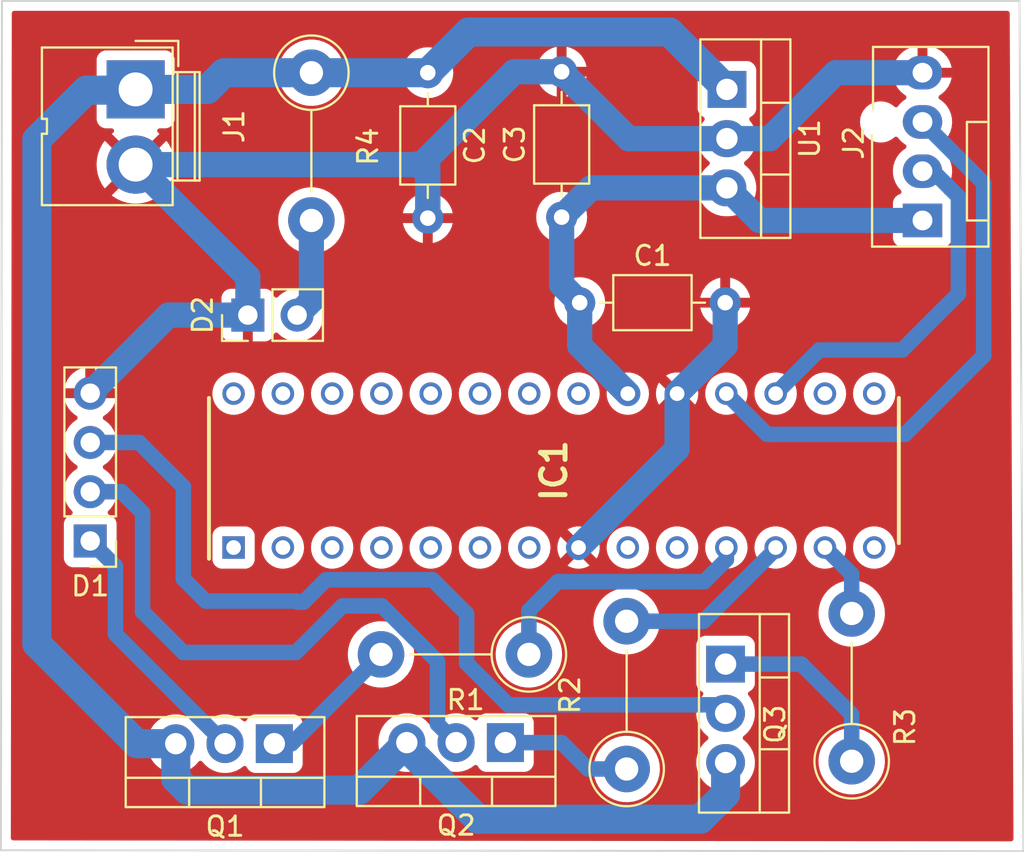
<source format=kicad_pcb>
(kicad_pcb (version 20211014) (generator pcbnew)
  (layers (0 "F.Cu" signal) (31 "B.Cu" signal) (36 "B.SilkS" user "B.Silkscreen") (37 "F.SilkS" user "F.Silkscreen") (44 "Edge.Cuts" user))
  (net 0 "")
  (net 21 "+5V")
  (net 22 "GND")
  (net 23 "+12V")
  (net 24 "Net-(D1-Pad1)")
  (net 25 "Net-(D1-Pad2)")
  (net 26 "Net-(D1-Pad3)")
  (net 27 "Net-(D2-Pad2)")
  (net 28 "Net-(IC1-Pad11)")
  (net 29 "Net-(IC1-Pad12)")
  (net 30 "Net-(IC1-Pad13)")
  (net 31 "Net-(IC1-Pad17)")
  (net 32 "Net-(IC1-Pad18)")
  (net 33 "Net-(Q1-Pad1)")
  (net 34 "Net-(Q2-Pad1)")
  (net 35 "Net-(Q3-Pad1)")
  (footprint "Capacitor_THT:C_Axial_L3.8mm_D2.6mm_P7.50mm_Horizontal" (layer "F.Cu") (at 128.33 87.86)
    (fp_text reference "C1" (at 3.75 -2.42) (layer "F.SilkS"))
    (fp_text value "C")
    (fp_line (start 5.77 1.42) (end 5.77 -1.42) (layer "F.SilkS") (width 0.12))
    (fp_line (start 1.73 -1.42) (end 1.73 1.42) (layer "F.SilkS") (width 0.12))
    (fp_line (start 1.73 1.42) (end 5.77 1.42) (layer "F.SilkS") (width 0.12))
    (fp_line (start 6.46 0) (end 5.77 0) (layer "F.SilkS") (width 0.12))
    (fp_line (start 5.77 -1.42) (end 1.73 -1.42) (layer "F.SilkS") (width 0.12))
    (fp_line (start 1.04 0) (end 1.73 0) (layer "F.SilkS") (width 0.12))
    (pad "1" thru_hole circle locked (at 0 0) (size 1.6 1.6) (drill 0.8) (layers *.Cu *.Mask) (net 21 "+5V"))
    (pad "2" thru_hole oval locked (at 7.5 0) (size 1.6 1.6) (drill 0.8) (layers *.Cu *.Mask) (net 22 "GND"))
  )
  (footprint "Capacitor_THT:C_Axial_L3.8mm_D2.6mm_P7.50mm_Horizontal" (layer "F.Cu") (at 127.4 83.45 90)
    (fp_text reference "C3" (at 3.75 -2.42 90) (layer "F.SilkS"))
    (fp_text value "C")
    (fp_line (start 5.77 -1.42) (end 1.73 -1.42) (layer "F.SilkS") (width 0.12))
    (fp_line (start 1.73 1.42) (end 5.77 1.42) (layer "F.SilkS") (width 0.12))
    (fp_line (start 6.46 0) (end 5.77 0) (layer "F.SilkS") (width 0.12))
    (fp_line (start 5.77 1.42) (end 5.77 -1.42) (layer "F.SilkS") (width 0.12))
    (fp_line (start 1.04 0) (end 1.73 0) (layer "F.SilkS") (width 0.12))
    (fp_line (start 1.73 -1.42) (end 1.73 1.42) (layer "F.SilkS") (width 0.12))
    (pad "1" thru_hole circle locked (at 0 0 90) (size 1.6 1.6) (drill 0.8) (layers *.Cu *.Mask) (net 21 "+5V"))
    (pad "2" thru_hole oval locked (at 7.5 0 90) (size 1.6 1.6) (drill 0.8) (layers *.Cu *.Mask) (net 22 "GND"))
  )
  (footprint "Resistor_THT:R_Axial_DIN0411_L9.9mm_D3.6mm_P7.62mm_Vertical" (layer "F.Cu") (at 142.35 111.51 90)
    (fp_text reference "R3" (at 1.76 2.75 90) (layer "F.SilkS"))
    (fp_text value "0.43k")
    (fp_line (start 1.92 0) (end 6.12 0) (layer "F.SilkS") (width 0.12))
    (fp_circle (center 0 0) (end 1.92 0) (layer "F.SilkS") (width 0.12) (fill none))
    (pad "1" thru_hole circle locked (at 0 0 90) (size 2.4 2.4) (drill 1.2) (layers *.Cu *.Mask) (net 35 "Net-(Q3-Pad1)"))
    (pad "2" thru_hole oval locked (at 7.62 0 90) (size 2.4 2.4) (drill 1.2) (layers *.Cu *.Mask) (net 30 "Net-(IC1-Pad13)"))
  )
  (footprint "Resistor_THT:R_Axial_DIN0411_L9.9mm_D3.6mm_P7.62mm_Vertical" (layer "F.Cu") (at 130.75 111.91 90)
    (fp_text reference "R2" (at 3.81 -2.92 90) (layer "F.SilkS"))
    (fp_text value "0.43k")
    (fp_line (start 1.92 0) (end 6.12 0) (layer "F.SilkS") (width 0.12))
    (fp_circle (center 0 0) (end 1.92 0) (layer "F.SilkS") (width 0.12) (fill none))
    (pad "1" thru_hole circle locked (at 0 0 90) (size 2.4 2.4) (drill 1.2) (layers *.Cu *.Mask) (net 34 "Net-(Q2-Pad1)"))
    (pad "2" thru_hole oval locked (at 7.62 0 90) (size 2.4 2.4) (drill 1.2) (layers *.Cu *.Mask) (net 29 "Net-(IC1-Pad12)"))
  )
  (footprint "Package_TO_SOT_THT:TO-220-3_Vertical" (layer "F.Cu") (at 124.5 110.55 180)
    (fp_text reference "Q2" (at 2.54 -4.27) (layer "F.SilkS"))
    (fp_text value "TIP42C")
    (fp_line (start 7.66 -3.27) (end 7.66 1.371) (layer "F.SilkS") (width 0.12))
    (fp_line (start -2.58 -3.27) (end 7.66 -3.27) (layer "F.SilkS") (width 0.12))
    (fp_line (start -2.58 -1.76) (end 7.66 -1.76) (layer "F.SilkS") (width 0.12))
    (fp_line (start -2.58 1.371) (end 7.66 1.371) (layer "F.SilkS") (width 0.12))
    (fp_line (start -2.58 -3.27) (end -2.58 1.371) (layer "F.SilkS") (width 0.12))
    (fp_line (start 4.391 -3.27) (end 4.391 -1.76) (layer "F.SilkS") (width 0.12))
    (fp_line (start 0.69 -3.27) (end 0.69 -1.76) (layer "F.SilkS") (width 0.12))
    (pad "1" thru_hole rect locked (at 0 0 180) (size 1.905 2) (drill 1.1) (layers *.Cu *.Mask) (net 34 "Net-(Q2-Pad1)"))
    (pad "2" thru_hole oval locked (at 2.54 0 180) (size 1.905 2) (drill 1.1) (layers *.Cu *.Mask) (net 25 "Net-(D1-Pad2)"))
    (pad "3" thru_hole oval locked (at 5.08 0 180) (size 1.905 2) (drill 1.1) (layers *.Cu *.Mask) (net 23 "+12V"))
  )
  (footprint "Connector_PinHeader_2.54mm:PinHeader_1x02_P2.54mm_Vertical" (layer "F.Cu") (at 111.225 88.5 90)
    (fp_text reference "D2" (at 0 -2.33 90) (layer "F.SilkS"))
    (fp_text value "LED")
    (fp_line (start -1.33 -1.33) (end 0 -1.33) (layer "F.SilkS") (width 0.12))
    (fp_line (start -1.33 1.27) (end 1.33 1.27) (layer "F.SilkS") (width 0.12))
    (fp_line (start 1.33 1.27) (end 1.33 3.87) (layer "F.SilkS") (width 0.12))
    (fp_line (start -1.33 0) (end -1.33 -1.33) (layer "F.SilkS") (width 0.12))
    (fp_line (start -1.33 3.87) (end 1.33 3.87) (layer "F.SilkS") (width 0.12))
    (fp_line (start -1.33 1.27) (end -1.33 3.87) (layer "F.SilkS") (width 0.12))
    (pad "1" thru_hole rect locked (at 0 0 90) (size 1.7 1.7) (drill 1) (layers *.Cu *.Mask) (net 22 "GND"))
    (pad "2" thru_hole oval locked (at 0 2.54 90) (size 1.7 1.7) (drill 1) (layers *.Cu *.Mask) (net 27 "Net-(D2-Pad2)"))
  )
  (footprint "Resistor_THT:R_Axial_DIN0411_L9.9mm_D3.6mm_P7.62mm_Vertical" (layer "F.Cu") (at 125.71 106 180)
    (fp_text reference "R1" (at 3.26 -2.35) (layer "F.SilkS"))
    (fp_text value "0.43k")
    (fp_line (start 1.92 0) (end 6.12 0) (layer "F.SilkS") (width 0.12))
    (fp_circle (center 0 0) (end 1.92 0) (layer "F.SilkS") (width 0.12) (fill none))
    (pad "1" thru_hole circle locked (at 0 0 180) (size 2.4 2.4) (drill 1.2) (layers *.Cu *.Mask) (net 28 "Net-(IC1-Pad11)"))
    (pad "2" thru_hole oval locked (at 7.62 0 180) (size 2.4 2.4) (drill 1.2) (layers *.Cu *.Mask) (net 33 "Net-(Q1-Pad1)"))
  )
  (footprint "Connector:FanPinHeader_1x04_P2.54mm_Vertical" (layer "F.Cu") (at 146 83.62 90)
    (fp_text reference "J2" (at 4 -3.55 90) (layer "F.SilkS"))
    (fp_text value "Conn_01x04_Female")
    (fp_line (start -1.35 -2.6) (end 4.4 -2.6) (layer "F.SilkS") (width 0.12))
    (fp_line (start 8.95 3.4) (end -1.35 3.4) (layer "F.SilkS") (width 0.12))
    (fp_line (start 8.95 -2.55) (end 8.95 3.4) (layer "F.SilkS") (width 0.12))
    (fp_line (start 5.75 -2.55) (end 8.95 -2.55) (layer "F.SilkS") (width 0.12))
    (fp_line (start 5.08 2.29) (end 5.08 3.3) (layer "F.SilkS") (width 0.12))
    (fp_line (start -1.35 3.4) (end -1.35 -2.6) (layer "F.SilkS") (width 0.12))
    (fp_line (start 0 2.29) (end 5.08 2.29) (layer "F.SilkS") (width 0.12))
    (fp_line (start 0 3.3) (end 0 2.29) (layer "F.SilkS") (width 0.12))
    (pad "" np_thru_hole circle locked (at 5.08 -2.16 180) (size 1.1 1.1) (drill 1.1) (layers *.Cu *.Mask))
    (pad "1" thru_hole rect locked (at 0 0 180) (size 2.03 1.73) (drill 1.02) (layers *.Cu *.Mask) (net 21 "+5V"))
    (pad "2" thru_hole oval locked (at 2.54 0 180) (size 2.03 1.73) (drill 1.02) (layers *.Cu *.Mask) (net 31 "Net-(IC1-Pad17)"))
    (pad "3" thru_hole oval locked (at 5.08 0 180) (size 2.03 1.73) (drill 1.02) (layers *.Cu *.Mask) (net 32 "Net-(IC1-Pad18)"))
    (pad "4" thru_hole oval locked (at 7.62 0 180) (size 2.03 1.73) (drill 1.02) (layers *.Cu *.Mask) (net 22 "GND"))
  )
  (footprint "Package_TO_SOT_THT:TO-220-3_Vertical" (layer "F.Cu") (at 135.92 76.86 -90)
    (fp_text reference "U1" (at 2.54 -4.27 90) (layer "F.SilkS"))
    (fp_text value "LM7805_TO220")
    (fp_line (start 0.69 -3.27) (end 0.69 -1.76) (layer "F.SilkS") (width 0.12))
    (fp_line (start -2.58 -1.76) (end 7.66 -1.76) (layer "F.SilkS") (width 0.12))
    (fp_line (start 7.66 -3.27) (end 7.66 1.371) (layer "F.SilkS") (width 0.12))
    (fp_line (start -2.58 -3.27) (end -2.58 1.371) (layer "F.SilkS") (width 0.12))
    (fp_line (start -2.58 -3.27) (end 7.66 -3.27) (layer "F.SilkS") (width 0.12))
    (fp_line (start 4.391 -3.27) (end 4.391 -1.76) (layer "F.SilkS") (width 0.12))
    (fp_line (start -2.58 1.371) (end 7.66 1.371) (layer "F.SilkS") (width 0.12))
    (pad "1" thru_hole rect locked (at 0 0 270) (size 1.905 2) (drill 1.1) (layers *.Cu *.Mask) (net 23 "+12V"))
    (pad "2" thru_hole oval locked (at 2.54 0 270) (size 1.905 2) (drill 1.1) (layers *.Cu *.Mask) (net 22 "GND"))
    (pad "3" thru_hole oval locked (at 5.08 0 270) (size 1.905 2) (drill 1.1) (layers *.Cu *.Mask) (net 21 "+5V"))
  )
  (footprint "Package_TO_SOT_THT:TO-220-3_Vertical" (layer "F.Cu") (at 112.59 110.605 180)
    (fp_text reference "Q1" (at 2.54 -4.27) (layer "F.SilkS"))
    (fp_text value "TIP42C")
    (fp_line (start 0.69 -3.27) (end 0.69 -1.76) (layer "F.SilkS") (width 0.12))
    (fp_line (start -2.58 1.371) (end 7.66 1.371) (layer "F.SilkS") (width 0.12))
    (fp_line (start -2.58 -3.27) (end 7.66 -3.27) (layer "F.SilkS") (width 0.12))
    (fp_line (start 7.66 -3.27) (end 7.66 1.371) (layer "F.SilkS") (width 0.12))
    (fp_line (start -2.58 -1.76) (end 7.66 -1.76) (layer "F.SilkS") (width 0.12))
    (fp_line (start -2.58 -3.27) (end -2.58 1.371) (layer "F.SilkS") (width 0.12))
    (fp_line (start 4.391 -3.27) (end 4.391 -1.76) (layer "F.SilkS") (width 0.12))
    (pad "1" thru_hole rect locked (at 0 0 180) (size 1.905 2) (drill 1.1) (layers *.Cu *.Mask) (net 33 "Net-(Q1-Pad1)"))
    (pad "2" thru_hole oval locked (at 2.54 0 180) (size 1.905 2) (drill 1.1) (layers *.Cu *.Mask) (net 24 "Net-(D1-Pad1)"))
    (pad "3" thru_hole oval locked (at 5.08 0 180) (size 1.905 2) (drill 1.1) (layers *.Cu *.Mask) (net 23 "+12V"))
  )
  (footprint "Connector_PinHeader_2.54mm:PinHeader_1x04_P2.54mm_Vertical" (layer "F.Cu") (at 103.1 100.15 180)
    (fp_text reference "D1" (at 0 -2.33) (layer "F.SilkS"))
    (fp_text value "LED_RGBK")
    (fp_line (start -1.33 -1.33) (end 0 -1.33) (layer "F.SilkS") (width 0.12))
    (fp_line (start -1.33 1.27) (end 1.33 1.27) (layer "F.SilkS") (width 0.12))
    (fp_line (start -1.33 1.27) (end -1.33 8.95) (layer "F.SilkS") (width 0.12))
    (fp_line (start -1.33 8.95) (end 1.33 8.95) (layer "F.SilkS") (width 0.12))
    (fp_line (start -1.33 0) (end -1.33 -1.33) (layer "F.SilkS") (width 0.12))
    (fp_line (start 1.33 1.27) (end 1.33 8.95) (layer "F.SilkS") (width 0.12))
    (pad "1" thru_hole rect locked (at 0 0 180) (size 1.7 1.7) (drill 1) (layers *.Cu *.Mask) (net 24 "Net-(D1-Pad1)"))
    (pad "2" thru_hole oval locked (at 0 2.54 180) (size 1.7 1.7) (drill 1) (layers *.Cu *.Mask) (net 25 "Net-(D1-Pad2)"))
    (pad "3" thru_hole oval locked (at 0 5.08 180) (size 1.7 1.7) (drill 1) (layers *.Cu *.Mask) (net 26 "Net-(D1-Pad3)"))
    (pad "4" thru_hole oval locked (at 0 7.62 180) (size 1.7 1.7) (drill 1) (layers *.Cu *.Mask) (net 22 "GND"))
  )
  (footprint "Connector:JWT_A3963_1x02_P3.96mm_Vertical" (layer "F.Cu") (at 105.44 76.86 -90)
    (fp_text reference "J1" (at 1.91 -5.08 90) (layer "F.SilkS"))
    (fp_text value "Conn_01x02_Male")
    (fp_line (start -2.16 -1.91) (end -2.16 0) (layer "F.SilkS") (width 0.12))
    (fp_line (start -0.89 -1.91) (end -0.89 -3.3) (layer "F.SilkS") (width 0.12))
    (fp_line (start 2.29 4.57) (end 2.29 4.83) (layer "F.SilkS") (width 0.12))
    (fp_line (start 5.97 4.83) (end 5.97 0) (layer "F.SilkS") (width 0.12))
    (fp_line (start -2.5 -2.2) (end -2.5 0) (layer "F.SilkS") (width 0.12))
    (fp_line (start -0.89 -2.16) (end 4.7 -2.16) (layer "F.SilkS") (width 0.12))
    (fp_line (start 2.29 4.83) (end 5.97 4.83) (layer "F.SilkS") (width 0.12))
    (fp_line (start -2.16 -1.91) (end 5.97 -1.91) (layer "F.SilkS") (width 0.12))
    (fp_line (start 1.52 4.57) (end 2.29 4.57) (layer "F.SilkS") (width 0.12))
    (fp_line (start -2.16 0) (end -2.16 4.83) (layer "F.SilkS") (width 0.12))
    (fp_line (start 1.52 4.83) (end 1.52 4.57) (layer "F.SilkS") (width 0.12))
    (fp_line (start 4.7 -1.91) (end 4.7 -3.3) (layer "F.SilkS") (width 0.12))
    (fp_line (start 5.97 -1.91) (end 5.97 0) (layer "F.SilkS") (width 0.12))
    (fp_line (start -0.89 -3.05) (end 4.7 -3.05) (layer "F.SilkS") (width 0.12))
    (fp_line (start -1.2 -2.2) (end -2.5 -2.2) (layer "F.SilkS") (width 0.12))
    (fp_line (start -0.89 -3.3) (end 4.7 -3.3) (layer "F.SilkS") (width 0.12))
    (fp_line (start 1.52 4.83) (end -2.16 4.83) (layer "F.SilkS") (width 0.12))
    (pad "1" thru_hole rect locked (at 0 0 270) (size 3 3) (drill 1.75) (layers *.Cu *.Mask) (net 23 "+12V"))
    (pad "2" thru_hole circle locked (at 3.88 0 270) (size 3 3) (drill 1.75) (layers *.Cu *.Mask) (net 22 "GND"))
  )
  (footprint "Resistor_THT:R_Axial_DIN0411_L9.9mm_D3.6mm_P7.62mm_Vertical" (layer "F.Cu") (at 114.5 76 -90)
    (fp_text reference "R4" (at 3.81 -2.92 -90) (layer "F.SilkS"))
    (fp_text value "0.5k")
    (fp_line (start 1.92 0) (end 6.12 0) (layer "F.SilkS") (width 0.12))
    (fp_circle (center 0 0) (end 1.92 0) (layer "F.SilkS") (width 0.12) (fill none))
    (pad "1" thru_hole circle locked (at 0 0 270) (size 2.4 2.4) (drill 1.2) (layers *.Cu *.Mask) (net 23 "+12V"))
    (pad "2" thru_hole oval locked (at 7.62 0 270) (size 2.4 2.4) (drill 1.2) (layers *.Cu *.Mask) (net 27 "Net-(D2-Pad2)"))
  )
  (footprint "Capacitor_THT:C_Axial_L3.8mm_D2.6mm_P7.50mm_Horizontal" (layer "F.Cu") (at 120.5 76 -90)
    (fp_text reference "C2" (at 3.75 -2.42 90) (layer "F.SilkS"))
    (fp_text value "C")
    (fp_line (start 1.73 1.42) (end 5.77 1.42) (layer "F.SilkS") (width 0.12))
    (fp_line (start 1.04 0) (end 1.73 0) (layer "F.SilkS") (width 0.12))
    (fp_line (start 6.46 0) (end 5.77 0) (layer "F.SilkS") (width 0.12))
    (fp_line (start 5.77 -1.42) (end 1.73 -1.42) (layer "F.SilkS") (width 0.12))
    (fp_line (start 5.77 1.42) (end 5.77 -1.42) (layer "F.SilkS") (width 0.12))
    (fp_line (start 1.73 -1.42) (end 1.73 1.42) (layer "F.SilkS") (width 0.12))
    (pad "1" thru_hole circle locked (at 0 0 270) (size 1.6 1.6) (drill 0.8) (layers *.Cu *.Mask) (net 23 "+12V"))
    (pad "2" thru_hole oval locked (at 7.5 0 270) (size 1.6 1.6) (drill 0.8) (layers *.Cu *.Mask) (net 22 "GND"))
  )
  (footprint "Package_TO_SOT_THT:TO-220-3_Vertical" (layer "F.Cu") (at 135.85 106.5 -90)
    (fp_text reference "Q3" (at 3.1 -2.55 90) (layer "F.SilkS"))
    (fp_text value "TIP42C")
    (fp_line (start -2.58 1.371) (end 7.66 1.371) (layer "F.SilkS") (width 0.12))
    (fp_line (start -2.58 -3.27) (end -2.58 1.371) (layer "F.SilkS") (width 0.12))
    (fp_line (start 4.391 -3.27) (end 4.391 -1.76) (layer "F.SilkS") (width 0.12))
    (fp_line (start -2.58 -1.76) (end 7.66 -1.76) (layer "F.SilkS") (width 0.12))
    (fp_line (start -2.58 -3.27) (end 7.66 -3.27) (layer "F.SilkS") (width 0.12))
    (fp_line (start 7.66 -3.27) (end 7.66 1.371) (layer "F.SilkS") (width 0.12))
    (fp_line (start 0.69 -3.27) (end 0.69 -1.76) (layer "F.SilkS") (width 0.12))
    (pad "1" thru_hole rect locked (at 0 0 270) (size 1.905 2) (drill 1.1) (layers *.Cu *.Mask) (net 35 "Net-(Q3-Pad1)"))
    (pad "2" thru_hole oval locked (at 2.54 0 270) (size 1.905 2) (drill 1.1) (layers *.Cu *.Mask) (net 26 "Net-(D1-Pad3)"))
    (pad "3" thru_hole oval locked (at 5.08 0 270) (size 1.905 2) (drill 1.1) (layers *.Cu *.Mask) (net 23 "+12V"))
  )
  (footprint "Package_DIP:DIP794W56P254L3486H508Q28N" (layer "F.Cu") (at 127 96.52 90)
    (fp_text reference "IC1" (at 0 0 90) (layer "F.SilkS") (effects (font (size 1.27 1.27) (thickness 0.254))))
    (fp_text value "PIC18F24Q10-I_SP" hide)
    (fp_line (start -3.746 17.78) (end 3.746 17.78) (layer "F.SilkS") (width 0.2))
    (fp_line (start -4.548 -17.78) (end 3.746 -17.78) (layer "F.SilkS") (width 0.2))
    (pad "1" thru_hole rect locked (at -3.969 -16.51 90) (size 1.159 1.159) (drill 0.759) (layers *.Cu *.Mask))
    (pad "2" thru_hole circle locked (at -3.969 -13.97 90) (size 1.159 1.159) (drill 0.759) (layers *.Cu *.Mask))
    (pad "3" thru_hole circle locked (at -3.969 -11.43 90) (size 1.159 1.159) (drill 0.759) (layers *.Cu *.Mask))
    (pad "4" thru_hole circle locked (at -3.969 -8.89 90) (size 1.159 1.159) (drill 0.759) (layers *.Cu *.Mask))
    (pad "5" thru_hole circle locked (at -3.969 -6.35 90) (size 1.159 1.159) (drill 0.759) (layers *.Cu *.Mask))
    (pad "6" thru_hole circle locked (at -3.969 -3.81 90) (size 1.159 1.159) (drill 0.759) (layers *.Cu *.Mask))
    (pad "7" thru_hole circle locked (at -3.969 -1.27 90) (size 1.159 1.159) (drill 0.759) (layers *.Cu *.Mask))
    (pad "8" thru_hole circle locked (at -3.969 1.27 90) (size 1.159 1.159) (drill 0.759) (layers *.Cu *.Mask) (net 22 "GND"))
    (pad "9" thru_hole circle locked (at -3.969 3.81 90) (size 1.159 1.159) (drill 0.759) (layers *.Cu *.Mask))
    (pad "10" thru_hole circle locked (at -3.969 6.35 90) (size 1.159 1.159) (drill 0.759) (layers *.Cu *.Mask))
    (pad "11" thru_hole circle locked (at -3.969 8.89 90) (size 1.159 1.159) (drill 0.759) (layers *.Cu *.Mask) (net 28 "Net-(IC1-Pad11)"))
    (pad "12" thru_hole circle locked (at -3.969 11.43 90) (size 1.159 1.159) (drill 0.759) (layers *.Cu *.Mask) (net 29 "Net-(IC1-Pad12)"))
    (pad "13" thru_hole circle locked (at -3.969 13.97 90) (size 1.159 1.159) (drill 0.759) (layers *.Cu *.Mask) (net 30 "Net-(IC1-Pad13)"))
    (pad "14" thru_hole circle locked (at -3.969 16.51 90) (size 1.159 1.159) (drill 0.759) (layers *.Cu *.Mask))
    (pad "15" thru_hole circle locked (at 3.969 16.51 90) (size 1.159 1.159) (drill 0.759) (layers *.Cu *.Mask))
    (pad "16" thru_hole circle locked (at 3.969 13.97 90) (size 1.159 1.159) (drill 0.759) (layers *.Cu *.Mask))
    (pad "17" thru_hole circle locked (at 3.969 11.43 90) (size 1.159 1.159) (drill 0.759) (layers *.Cu *.Mask) (net 31 "Net-(IC1-Pad17)"))
    (pad "18" thru_hole circle locked (at 3.969 8.89 90) (size 1.159 1.159) (drill 0.759) (layers *.Cu *.Mask) (net 32 "Net-(IC1-Pad18)"))
    (pad "19" thru_hole circle locked (at 3.969 6.35 90) (size 1.159 1.159) (drill 0.759) (layers *.Cu *.Mask) (net 22 "GND"))
    (pad "20" thru_hole circle locked (at 3.969 3.81 90) (size 1.159 1.159) (drill 0.759) (layers *.Cu *.Mask) (net 21 "+5V"))
    (pad "21" thru_hole circle locked (at 3.969 1.27 90) (size 1.159 1.159) (drill 0.759) (layers *.Cu *.Mask))
    (pad "22" thru_hole circle locked (at 3.969 -1.27 90) (size 1.159 1.159) (drill 0.759) (layers *.Cu *.Mask))
    (pad "23" thru_hole circle locked (at 3.969 -3.81 90) (size 1.159 1.159) (drill 0.759) (layers *.Cu *.Mask))
    (pad "24" thru_hole circle locked (at 3.969 -6.35 90) (size 1.159 1.159) (drill 0.759) (layers *.Cu *.Mask))
    (pad "25" thru_hole circle locked (at 3.969 -8.89 90) (size 1.159 1.159) (drill 0.759) (layers *.Cu *.Mask))
    (pad "26" thru_hole circle locked (at 3.969 -11.43 90) (size 1.159 1.159) (drill 0.759) (layers *.Cu *.Mask))
    (pad "27" thru_hole circle locked (at 3.969 -13.97 90) (size 1.159 1.159) (drill 0.759) (layers *.Cu *.Mask))
    (pad "28" thru_hole circle locked (at 3.969 -16.51 90) (size 1.159 1.159) (drill 0.759) (layers *.Cu *.Mask))
  )
  (gr_line (start 98.55 72.3) (end 151 72.3) (layer "Edge.Cuts") (width 0.1))
  (gr_line (start 98.5 116.1) (end 98.55 72.3) (layer "Edge.Cuts") (width 0.1))
  (gr_line (start 151.2 116.15) (end 98.5 116.1) (layer "Edge.Cuts") (width 0.1))
  (gr_line (start 151 72.3) (end 151.2 116.15) (layer "Edge.Cuts") (width 0.1))
  (segment (start 128.33 90.071) (end 130.81 92.551) (width 1.3) (layer "B.Cu") (net 21))
  (segment (start 128.33 87.86) (end 128.33 90.071) (width 1.3) (layer "B.Cu") (net 21))
  (segment (start 128.91 81.94) (end 127.4 83.45) (width 1.3) (layer "B.Cu") (net 21))
  (segment (start 135.92 81.94) (end 137.6 83.62) (width 1.3) (layer "B.Cu") (net 21))
  (segment (start 137.6 83.62) (end 146 83.62) (width 1.3) (layer "B.Cu") (net 21))
  (segment (start 127.4 86.93) (end 128.33 87.86) (width 1.3) (layer "B.Cu") (net 21))
  (segment (start 127.4 83.45) (end 127.4 86.93) (width 1.3) (layer "B.Cu") (net 21))
  (segment (start 135.92 81.94) (end 128.91 81.94) (width 1.3) (layer "B.Cu") (net 21))
  (segment (start 138.125 79.4) (end 141.525 76) (width 1.3) (layer "B.Cu") (net 22))
  (segment (start 133.35 92.551) (end 133.35 95.409) (width 1.3) (layer "B.Cu") (net 22))
  (segment (start 111.225 88.5) (end 107.13 88.5) (width 1.3) (layer "B.Cu") (net 22))
  (segment (start 141.525 76) (end 146 76) (width 1.3) (layer "B.Cu") (net 22))
  (segment (start 120.5 81.2) (end 120 80.7) (width 1.3) (layer "B.Cu") (net 22))
  (segment (start 119.96 80.74) (end 105.44 80.74) (width 1.3) (layer "B.Cu") (net 22))
  (segment (start 111.225 88.5) (end 111.225 86.525) (width 1.3) (layer "B.Cu") (net 22))
  (segment (start 130.85 79.4) (end 135.92 79.4) (width 1.3) (layer "B.Cu") (net 22))
  (segment (start 133.35 95.409) (end 128.27 100.489) (width 1.3) (layer "B.Cu") (net 22))
  (segment (start 127.4 75.95) (end 124.95 75.95) (width 1.3) (layer "B.Cu") (net 22))
  (segment (start 135.83 87.86) (end 135.83 90.071) (width 1.3) (layer "B.Cu") (net 22))
  (segment (start 107.13 88.5) (end 103.1 92.53) (width 1.3) (layer "B.Cu") (net 22))
  (segment (start 127.4 75.95) (end 130.85 79.4) (width 1.3) (layer "B.Cu") (net 22))
  (segment (start 135.83 90.071) (end 133.35 92.551) (width 1.3) (layer "B.Cu") (net 22))
  (segment (start 120.5 80.4) (end 120.5 83.5) (width 1.3) (layer "B.Cu") (net 22))
  (segment (start 120.5 83.5) (end 120.5 81.2) (width 1.3) (layer "B.Cu") (net 22))
  (segment (start 124.95 75.95) (end 120.5 80.4) (width 1.3) (layer "B.Cu") (net 22))
  (segment (start 120 80.7) (end 119.96 80.74) (width 1.3) (layer "B.Cu") (net 22))
  (segment (start 111.225 86.525) (end 105.44 80.74) (width 1.3) (layer "B.Cu") (net 22))
  (segment (start 135.92 79.4) (end 138.125 79.4) (width 1.3) (layer "B.Cu") (net 22))
  (segment (start 132.96 73.9) (end 135.92 76.86) (width 1.5) (layer "B.Cu") (net 23))
  (segment (start 109.14 76.86) (end 110 76) (width 1.5) (layer "B.Cu") (net 23))
  (segment (start 105.505 110.605) (end 107.51 110.605) (width 1.5) (layer "B.Cu") (net 23))
  (segment (start 135.85 113.2) (end 135.85 111.58) (width 1.5) (layer "B.Cu") (net 23))
  (segment (start 105.44 76.86) (end 109.14 76.86) (width 1.5) (layer "B.Cu") (net 23))
  (segment (start 107.51 112.41) (end 108.1 113) (width 1.5) (layer "B.Cu") (net 23))
  (segment (start 120.5 76) (end 122.6 73.9) (width 1.5) (layer "B.Cu") (net 23))
  (segment (start 100.35 79.45) (end 100.35 105.45) (width 1.5) (layer "B.Cu") (net 23))
  (segment (start 114.5 76) (end 120.5 76) (width 1.5) (layer "B.Cu") (net 23))
  (segment (start 134.55 114.5) (end 135.85 113.2) (width 1.5) (layer "B.Cu") (net 23))
  (segment (start 105.4 76.9) (end 102.9 76.9) (width 1.5) (layer "B.Cu") (net 23))
  (segment (start 100.35 105.45) (end 105.505 110.605) (width 1.5) (layer "B.Cu") (net 23))
  (segment (start 116.97 113) (end 119.42 110.55) (width 1.5) (layer "B.Cu") (net 23))
  (segment (start 123.1 114.5) (end 134.55 114.5) (width 1.5) (layer "B.Cu") (net 23))
  (segment (start 107.51 110.605) (end 107.51 112.41) (width 1.5) (layer "B.Cu") (net 23))
  (segment (start 110 76) (end 114.5 76) (width 1.5) (layer "B.Cu") (net 23))
  (segment (start 122.6 73.9) (end 132.96 73.9) (width 1.5) (layer "B.Cu") (net 23))
  (segment (start 108.1 113) (end 116.97 113) (width 1.5) (layer "B.Cu") (net 23))
  (segment (start 105.44 76.86) (end 105.4 76.9) (width 1.5) (layer "B.Cu") (net 23))
  (segment (start 119.42 110.82) (end 123.1 114.5) (width 1.5) (layer "B.Cu") (net 23))
  (segment (start 102.9 76.9) (end 100.35 79.45) (width 1.5) (layer "B.Cu") (net 23))
  (segment (start 119.42 110.55) (end 119.42 110.82) (width 1.5) (layer "B.Cu") (net 23))
  (segment (start 103.1 100.15) (end 104.4 101.45) (width 0.8) (layer "B.Cu") (net 24))
  (segment (start 104.4 104.955) (end 110.05 110.605) (width 0.8) (layer "B.Cu") (net 24))
  (segment (start 104.4 101.45) (end 104.4 104.955) (width 0.8) (layer "B.Cu") (net 24))
  (segment (start 121 106.365106) (end 121 109.59) (width 0.8) (layer "B.Cu") (net 25))
  (segment (start 118.134894 103.5) (end 121 106.365106) (width 0.8) (layer "B.Cu") (net 25))
  (segment (start 104.71 97.61) (end 105.8 98.7) (width 0.8) (layer "B.Cu") (net 25))
  (segment (start 121 109.59) (end 121.96 110.55) (width 0.8) (layer "B.Cu") (net 25))
  (segment (start 107.9 105.9) (end 113.7 105.9) (width 0.8) (layer "B.Cu") (net 25))
  (segment (start 113.7 105.9) (end 116.1 103.5) (width 0.8) (layer "B.Cu") (net 25))
  (segment (start 105.8 98.7) (end 105.8 103.8) (width 0.8) (layer "B.Cu") (net 25))
  (segment (start 103.1 97.61) (end 104.71 97.61) (width 0.8) (layer "B.Cu") (net 25))
  (segment (start 105.8 103.8) (end 107.9 105.9) (width 0.8) (layer "B.Cu") (net 25))
  (segment (start 116.1 103.5) (end 118.134894 103.5) (width 0.8) (layer "B.Cu") (net 25))
  (segment (start 124.648428 108.6) (end 135.41 108.6) (width 0.8) (layer "B.Cu") (net 26))
  (segment (start 122.5 106.451572) (end 124.648428 108.6) (width 0.8) (layer "B.Cu") (net 26))
  (segment (start 135.41 108.6) (end 135.85 109.04) (width 0.8) (layer "B.Cu") (net 26))
  (segment (start 105.62 95.07) (end 107.9 97.35) (width 0.8) (layer "B.Cu") (net 26))
  (segment (start 109.05 103.25) (end 113.75 103.25) (width 0.8) (layer "B.Cu") (net 26))
  (segment (start 113.8 103.3) (end 114.1 103.3) (width 0.8) (layer "B.Cu") (net 26))
  (segment (start 115.25 102.15) (end 120.75 102.15) (width 0.8) (layer "B.Cu") (net 26))
  (segment (start 114.1 103.3) (end 115.25 102.15) (width 0.8) (layer "B.Cu") (net 26))
  (segment (start 103.1 95.07) (end 105.62 95.07) (width 0.8) (layer "B.Cu") (net 26))
  (segment (start 122.5 103.9) (end 122.5 106.451572) (width 0.8) (layer "B.Cu") (net 26))
  (segment (start 113.75 103.25) (end 113.8 103.3) (width 0.8) (layer "B.Cu") (net 26))
  (segment (start 120.75 102.15) (end 122.5 103.9) (width 0.8) (layer "B.Cu") (net 26))
  (segment (start 107.9 97.35) (end 107.9 102.1) (width 0.8) (layer "B.Cu") (net 26))
  (segment (start 107.9 102.1) (end 109.05 103.25) (width 0.8) (layer "B.Cu") (net 26))
  (segment (start 114.5 87.765) (end 113.765 88.5) (width 1.3) (layer "B.Cu") (net 27))
  (segment (start 114.5 83.62) (end 114.5 87.765) (width 1.3) (layer "B.Cu") (net 27))
  (segment (start 127.2 102.25) (end 125.71 103.74) (width 0.8) (layer "B.Cu") (net 28))
  (segment (start 134.75 102.25) (end 127.2 102.25) (width 0.8) (layer "B.Cu") (net 28))
  (segment (start 125.71 103.74) (end 125.71 106) (width 0.8) (layer "B.Cu") (net 28))
  (segment (start 135.89 101.11) (end 134.75 102.25) (width 0.8) (layer "B.Cu") (net 28))
  (segment (start 135.89 100.489) (end 135.89 101.11) (width 0.8) (layer "B.Cu") (net 28))
  (segment (start 138.43 100.57) (end 134.71 104.29) (width 0.8) (layer "B.Cu") (net 29))
  (segment (start 138.43 100.489) (end 138.43 100.57) (width 0.8) (layer "B.Cu") (net 29))
  (segment (start 134.71 104.29) (end 130.75 104.29) (width 0.8) (layer "B.Cu") (net 29))
  (segment (start 142.35 103.89) (end 142.35 101.869) (width 0.8) (layer "B.Cu") (net 30))
  (segment (start 142.35 101.869) (end 140.97 100.489) (width 0.8) (layer "B.Cu") (net 30))
  (segment (start 138.43 92.551) (end 140.681 90.3) (width 0.8) (layer "B.Cu") (net 31))
  (segment (start 140.681 90.3) (end 144.95 90.3) (width 0.8) (layer "B.Cu") (net 31))
  (segment (start 146.539022 81.08) (end 146 81.08) (width 0.8) (layer "B.Cu") (net 31))
  (segment (start 144.95 90.3) (end 147.85 87.4) (width 0.8) (layer "B.Cu") (net 31))
  (segment (start 147.85 87.4) (end 147.85 82.390978) (width 0.8) (layer "B.Cu") (net 31))
  (segment (start 147.85 82.390978) (end 146.539022 81.08) (width 0.8) (layer "B.Cu") (net 31))
  (segment (start 145.1 94.65) (end 149.15 90.6) (width 0.8) (layer "B.Cu") (net 32))
  (segment (start 149.15 90.6) (end 149.15 81.69) (width 0.8) (layer "B.Cu") (net 32))
  (segment (start 135.89 92.551) (end 137.989 94.65) (width 0.8) (layer "B.Cu") (net 32))
  (segment (start 137.989 94.65) (end 145.1 94.65) (width 0.8) (layer "B.Cu") (net 32))
  (segment (start 149.15 81.69) (end 146 78.54) (width 0.8) (layer "B.Cu") (net 32))
  (segment (start 113.485 110.605) (end 118.09 106) (width 0.8) (layer "B.Cu") (net 33))
  (segment (start 112.59 110.605) (end 113.485 110.605) (width 0.8) (layer "B.Cu") (net 33))
  (segment (start 127.4 110.55) (end 124.5 110.55) (width 0.8) (layer "B.Cu") (net 34))
  (segment (start 130.75 111.91) (end 128.76 111.91) (width 0.8) (layer "B.Cu") (net 34))
  (segment (start 128.76 111.91) (end 127.4 110.55) (width 0.8) (layer "B.Cu") (net 34))
  (segment (start 142.35 109.1) (end 142.35 111.51) (width 0.8) (layer "B.Cu") (net 35))
  (segment (start 135.85 106.5) (end 139.75 106.5) (width 0.8) (layer "B.Cu") (net 35))
  (segment (start 139.75 106.5) (end 142.35 109.1) (width 0.8) (layer "B.Cu") (net 35))
  (zone (net 22) (net_name "GND") (layer "F.Cu") (connect_pads (clearance 0.508)) (min_thickness 0.254) (fill yes (thermal_gap 0.508) (thermal_bridge_width 0.508))
    (polygon (pts (xy 151.255127 116.143863) (xy 98.52674 116.094925) (xy 98.523646 72.253866) (xy 150.947033 72.287804)))
  )
)
</source>
